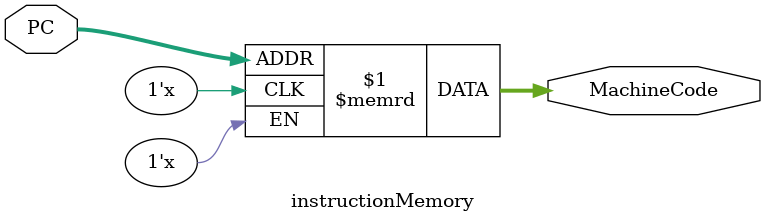
<source format=v>
`timescale 1ns / 1ps

module instructionMemory (PC, MachineCode);
    input [31:0] PC;
    output [31:0] MachineCode;

    reg [31:0] memory [0:31];

    // output from assembler, which is the equivalent machine code of the MIPS assembly
    // will be add here like this:
    // memory[0] = 10101010101010101010101010101010;
    // memory[1] = 01010101010101010101010101010101;
    // etc...

    assign MachineCode = memory[PC];

endmodule
</source>
